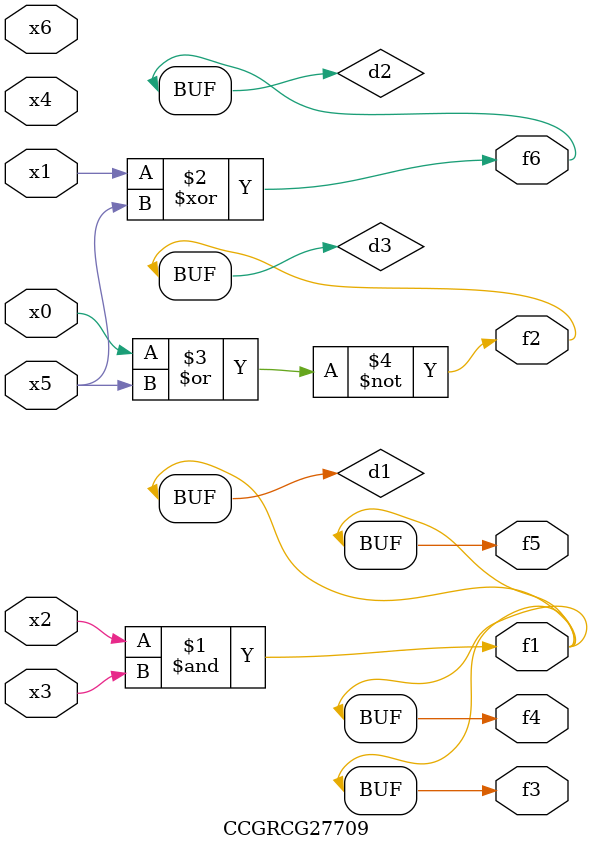
<source format=v>
module CCGRCG27709(
	input x0, x1, x2, x3, x4, x5, x6,
	output f1, f2, f3, f4, f5, f6
);

	wire d1, d2, d3;

	and (d1, x2, x3);
	xor (d2, x1, x5);
	nor (d3, x0, x5);
	assign f1 = d1;
	assign f2 = d3;
	assign f3 = d1;
	assign f4 = d1;
	assign f5 = d1;
	assign f6 = d2;
endmodule

</source>
